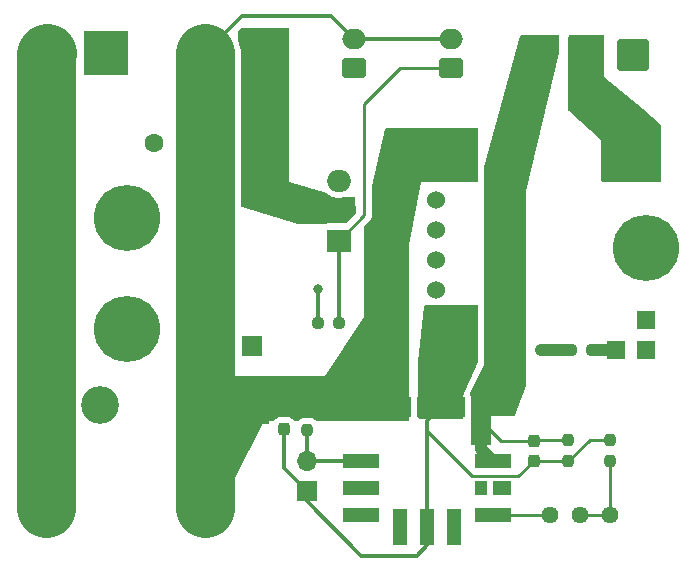
<source format=gbr>
%TF.GenerationSoftware,KiCad,Pcbnew,8.0.5*%
%TF.CreationDate,2024-09-27T00:24:26+09:00*%
%TF.ProjectId,____,fb90fa7f-2e6b-4696-9361-645f70636258,rev?*%
%TF.SameCoordinates,Original*%
%TF.FileFunction,Copper,L1,Top*%
%TF.FilePolarity,Positive*%
%FSLAX46Y46*%
G04 Gerber Fmt 4.6, Leading zero omitted, Abs format (unit mm)*
G04 Created by KiCad (PCBNEW 8.0.5) date 2024-09-27 00:24:26*
%MOMM*%
%LPD*%
G01*
G04 APERTURE LIST*
G04 Aperture macros list*
%AMRoundRect*
0 Rectangle with rounded corners*
0 $1 Rounding radius*
0 $2 $3 $4 $5 $6 $7 $8 $9 X,Y pos of 4 corners*
0 Add a 4 corners polygon primitive as box body*
4,1,4,$2,$3,$4,$5,$6,$7,$8,$9,$2,$3,0*
0 Add four circle primitives for the rounded corners*
1,1,$1+$1,$2,$3*
1,1,$1+$1,$4,$5*
1,1,$1+$1,$6,$7*
1,1,$1+$1,$8,$9*
0 Add four rect primitives between the rounded corners*
20,1,$1+$1,$2,$3,$4,$5,0*
20,1,$1+$1,$4,$5,$6,$7,0*
20,1,$1+$1,$6,$7,$8,$9,0*
20,1,$1+$1,$8,$9,$2,$3,0*%
%AMOutline4P*
0 Free polygon, 4 corners , with rotation*
0 The origin of the aperture is its center*
0 number of corners: always 4*
0 $1 to $8 corner X, Y*
0 $9 Rotation angle, in degrees counterclockwise*
0 create outline with 4 corners*
4,1,4,$1,$2,$3,$4,$5,$6,$7,$8,$1,$2,$9*%
G04 Aperture macros list end*
%TA.AperFunction,ComponentPad*%
%ADD10R,1.700000X1.700000*%
%TD*%
%TA.AperFunction,ComponentPad*%
%ADD11O,1.700000X1.700000*%
%TD*%
%TA.AperFunction,ComponentPad*%
%ADD12RoundRect,0.250001X1.099999X1.099999X-1.099999X1.099999X-1.099999X-1.099999X1.099999X-1.099999X0*%
%TD*%
%TA.AperFunction,ComponentPad*%
%ADD13C,2.700000*%
%TD*%
%TA.AperFunction,ComponentPad*%
%ADD14R,1.600000X1.600000*%
%TD*%
%TA.AperFunction,ComponentPad*%
%ADD15C,1.600000*%
%TD*%
%TA.AperFunction,SMDPad,CuDef*%
%ADD16RoundRect,0.237500X-0.237500X0.250000X-0.237500X-0.250000X0.237500X-0.250000X0.237500X0.250000X0*%
%TD*%
%TA.AperFunction,ComponentPad*%
%ADD17C,5.600000*%
%TD*%
%TA.AperFunction,ComponentPad*%
%ADD18R,3.800000X3.800000*%
%TD*%
%TA.AperFunction,ComponentPad*%
%ADD19C,3.800000*%
%TD*%
%TA.AperFunction,ComponentPad*%
%ADD20R,3.200000X3.200000*%
%TD*%
%TA.AperFunction,ComponentPad*%
%ADD21O,3.200000X3.200000*%
%TD*%
%TA.AperFunction,ComponentPad*%
%ADD22R,2.000000X1.905000*%
%TD*%
%TA.AperFunction,ComponentPad*%
%ADD23O,2.000000X1.905000*%
%TD*%
%TA.AperFunction,SMDPad,CuDef*%
%ADD24Outline4P,-1.500000X-0.600000X1.500000X-0.600000X1.500000X0.600000X-1.500000X0.600000X0.000000*%
%TD*%
%TA.AperFunction,SMDPad,CuDef*%
%ADD25Outline4P,-2.035000X-0.885000X2.035000X-0.885000X2.035000X0.885000X-2.035000X0.885000X0.000000*%
%TD*%
%TA.AperFunction,SMDPad,CuDef*%
%ADD26Outline4P,-0.600000X-1.500000X0.600000X-1.500000X0.600000X1.500000X-0.600000X1.500000X0.000000*%
%TD*%
%TA.AperFunction,SMDPad,CuDef*%
%ADD27Outline4P,-0.885000X-2.035000X0.885000X-2.035000X0.885000X2.035000X-0.885000X2.035000X0.000000*%
%TD*%
%TA.AperFunction,SMDPad,CuDef*%
%ADD28Outline4P,-0.750000X-0.600000X0.750000X-0.600000X0.750000X0.600000X-0.750000X0.600000X0.000000*%
%TD*%
%TA.AperFunction,SMDPad,CuDef*%
%ADD29Outline4P,-0.500000X-0.600000X0.500000X-0.600000X0.500000X0.600000X-0.500000X0.600000X0.000000*%
%TD*%
%TA.AperFunction,ComponentPad*%
%ADD30RoundRect,0.250000X0.750000X-0.600000X0.750000X0.600000X-0.750000X0.600000X-0.750000X-0.600000X0*%
%TD*%
%TA.AperFunction,ComponentPad*%
%ADD31O,2.000000X1.700000*%
%TD*%
%TA.AperFunction,ComponentPad*%
%ADD32R,2.108200X2.108200*%
%TD*%
%TA.AperFunction,ComponentPad*%
%ADD33C,2.108200*%
%TD*%
%TA.AperFunction,SMDPad,CuDef*%
%ADD34RoundRect,0.237500X-0.250000X-0.237500X0.250000X-0.237500X0.250000X0.237500X-0.250000X0.237500X0*%
%TD*%
%TA.AperFunction,ComponentPad*%
%ADD35C,4.000000*%
%TD*%
%TA.AperFunction,SMDPad,CuDef*%
%ADD36RoundRect,0.237500X-0.237500X0.300000X-0.237500X-0.300000X0.237500X-0.300000X0.237500X0.300000X0*%
%TD*%
%TA.AperFunction,ComponentPad*%
%ADD37C,1.440000*%
%TD*%
%TA.AperFunction,SMDPad,CuDef*%
%ADD38RoundRect,0.237500X0.237500X-0.250000X0.237500X0.250000X-0.237500X0.250000X-0.237500X-0.250000X0*%
%TD*%
%TA.AperFunction,SMDPad,CuDef*%
%ADD39RoundRect,0.237500X0.250000X0.237500X-0.250000X0.237500X-0.250000X-0.237500X0.250000X-0.237500X0*%
%TD*%
%TA.AperFunction,ComponentPad*%
%ADD40C,1.524000*%
%TD*%
%TA.AperFunction,ComponentPad*%
%ADD41R,1.524000X1.524000*%
%TD*%
%TA.AperFunction,ViaPad*%
%ADD42C,0.800000*%
%TD*%
%TA.AperFunction,Conductor*%
%ADD43C,0.300000*%
%TD*%
%TA.AperFunction,Conductor*%
%ADD44C,0.250000*%
%TD*%
%TA.AperFunction,Conductor*%
%ADD45C,5.000000*%
%TD*%
%TA.AperFunction,Conductor*%
%ADD46C,1.000000*%
%TD*%
G04 APERTURE END LIST*
D10*
%TO.P,J5,1,Pin_1*%
%TO.N,GND2*%
X52964000Y-117475000D03*
D11*
%TO.P,J5,2,Pin_2*%
%TO.N,VDD*%
X50424000Y-117475000D03*
%TD*%
D12*
%TO.P,J4,1,Pin_1*%
%TO.N,GND2*%
X85240000Y-92837000D03*
D13*
%TO.P,J4,2,Pin_2*%
%TO.N,+5VA*%
X81280000Y-92837000D03*
%TO.P,J4,3,Pin_3*%
%TO.N,+5VD*%
X77320000Y-92837000D03*
%TD*%
D14*
%TO.P,C3,1*%
%TO.N,VDD*%
X48178600Y-100330000D03*
D15*
%TO.P,C3,2*%
%TO.N,GND*%
X44678600Y-100330000D03*
%TD*%
D16*
%TO.P,R1,1*%
%TO.N,VDD*%
X57630000Y-122791500D03*
%TO.P,R1,2*%
%TO.N,Net-(JP1-B)*%
X57630000Y-124616500D03*
%TD*%
D17*
%TO.P,REF\u002A\u002A,1*%
%TO.N,N/C*%
X42367200Y-106680000D03*
%TD*%
D16*
%TO.P,R2,1*%
%TO.N,+5VD*%
X79728000Y-125458500D03*
%TO.P,R2,2*%
%TO.N,GND2*%
X79728000Y-127283500D03*
%TD*%
D18*
%TO.P,J1,1,Pin_1*%
%TO.N,GND*%
X40600000Y-92710000D03*
D19*
%TO.P,J1,2,Pin_2*%
%TO.N,Net-(J1-Pin_2)*%
X35600000Y-92710000D03*
%TD*%
D20*
%TO.P,D1,1,K*%
%TO.N,VDD*%
X52832000Y-122478800D03*
D21*
%TO.P,D1,2,A*%
%TO.N,GND*%
X40132000Y-122478800D03*
%TD*%
D22*
%TO.P,Q2,1,G*%
%TO.N,Net-(J3-Pin_1)*%
X60325000Y-108585000D03*
D23*
%TO.P,Q2,2,D*%
%TO.N,GND2*%
X60325000Y-106045000D03*
%TO.P,Q2,3,S*%
%TO.N,GND*%
X60325000Y-103505000D03*
%TD*%
D24*
%TO.P,U1,1,ON/OFF*%
%TO.N,Net-(JP1-B)*%
X62190000Y-127260000D03*
%TO.P,U1,2,VIN*%
%TO.N,VDD*%
X62190000Y-122680000D03*
D25*
X64355000Y-122680000D03*
D26*
X65500000Y-121660000D03*
%TO.P,U1,3,GND*%
%TO.N,GND2*%
X67790000Y-121660000D03*
D25*
X68935000Y-122680000D03*
D26*
X70080000Y-121660000D03*
D27*
%TO.P,U1,4,VOUT1*%
%TO.N,+5VD*%
X72390000Y-123825000D03*
D24*
X73390000Y-122680000D03*
%TO.P,U1,5,SENSE*%
X73390000Y-127260000D03*
%TO.P,U1,6,TRIM1*%
%TO.N,Net-(U1-TRIM1)*%
X73390000Y-131840000D03*
D26*
%TO.P,U1,7,GND*%
%TO.N,GND2*%
X67790000Y-132860000D03*
%TO.P,U1,8,NC*%
%TO.N,unconnected-(U1-NC-Pad8)*%
X65500000Y-132860000D03*
D24*
%TO.P,U1,9,SEQ*%
%TO.N,unconnected-(U1-SEQ-Pad9)*%
X62190000Y-131840000D03*
%TO.P,U1,10,PG*%
%TO.N,unconnected-(U1-PG-Pad10)*%
X62190000Y-129550000D03*
D28*
%TO.P,U1,11,NC*%
%TO.N,unconnected-(U1-NC-Pad11)*%
X74140000Y-129550000D03*
D26*
%TO.P,U1,12,NC*%
%TO.N,unconnected-(U1-NC-Pad12)*%
X70080000Y-132860000D03*
D29*
%TO.P,U1,13*%
%TO.N,N/C*%
X72390000Y-129550000D03*
%TD*%
D30*
%TO.P,MES1,1,-*%
%TO.N,GND*%
X61595000Y-93980000D03*
D31*
%TO.P,MES1,2,+*%
%TO.N,VDD*%
X61595000Y-91480000D03*
%TD*%
D32*
%TO.P,F1,1,1*%
%TO.N,Net-(J1-Pin_2)*%
X35534600Y-127838200D03*
D33*
%TO.P,F1,2,2*%
X35534600Y-131241800D03*
%TO.P,F1,3,3*%
%TO.N,VDD*%
X48996600Y-131241800D03*
%TO.P,F1,4,4*%
X48996600Y-127838200D03*
%TD*%
D34*
%TO.P,R4,1*%
%TO.N,GND2*%
X79963000Y-117856000D03*
%TO.P,R4,2*%
X81788000Y-117856000D03*
%TD*%
D30*
%TO.P,J3,1,Pin_1*%
%TO.N,Net-(J3-Pin_1)*%
X69850000Y-93980000D03*
D31*
%TO.P,J3,2,Pin_2*%
%TO.N,VDD*%
X69850000Y-91480000D03*
%TD*%
D18*
%TO.P,J2,1,Pin_1*%
%TO.N,GND2*%
X53975000Y-92710000D03*
D35*
%TO.P,J2,2,Pin_2*%
%TO.N,VDD*%
X48975000Y-92710000D03*
%TD*%
D36*
%TO.P,C2,1*%
%TO.N,+5VD*%
X76807000Y-125508500D03*
%TO.P,C2,2*%
%TO.N,GND2*%
X76807000Y-127233500D03*
%TD*%
D37*
%TO.P,RV2,1,1*%
%TO.N,Net-(R3-Pad1)*%
X83284000Y-131832000D03*
%TO.P,RV2,2,2*%
X80744000Y-131832000D03*
%TO.P,RV2,3,3*%
%TO.N,Net-(U1-TRIM1)*%
X78204000Y-131832000D03*
%TD*%
D38*
%TO.P,R3,1*%
%TO.N,Net-(R3-Pad1)*%
X83284000Y-127283500D03*
%TO.P,R3,2*%
%TO.N,GND2*%
X83284000Y-125458500D03*
%TD*%
D39*
%TO.P,R5,1*%
%TO.N,Net-(J3-Pin_1)*%
X60348500Y-115570000D03*
%TO.P,R5,2*%
%TO.N,GND*%
X58523500Y-115570000D03*
%TD*%
D36*
%TO.P,C1,1*%
%TO.N,VDD*%
X55676800Y-122835500D03*
%TO.P,C1,2*%
%TO.N,GND2*%
X55676800Y-124560500D03*
%TD*%
D10*
%TO.P,JP1,1,A*%
%TO.N,GND2*%
X57630000Y-129800000D03*
D11*
%TO.P,JP1,2,B*%
%TO.N,Net-(JP1-B)*%
X57630000Y-127260000D03*
%TD*%
D40*
%TO.P,LT8640-1,1,Vin*%
%TO.N,VDD*%
X71120000Y-100076000D03*
%TO.P,LT8640-1,2,Vin*%
X68580000Y-100076000D03*
%TO.P,LT8640-1,3,Vin*%
X68580000Y-102616000D03*
%TO.P,LT8640-1,4,EN/UV*%
%TO.N,unconnected-(LT8640-1-EN{slash}UV-Pad4)*%
X68580000Y-105156000D03*
%TO.P,LT8640-1,5,MODE*%
%TO.N,unconnected-(LT8640-1-MODE-Pad5)*%
X68580000Y-107696000D03*
%TO.P,LT8640-1,6,INTVCC*%
%TO.N,unconnected-(LT8640-1-INTVCC-Pad6)*%
X68580000Y-110236000D03*
%TO.P,LT8640-1,7,PG*%
%TO.N,unconnected-(LT8640-1-PG-Pad7)*%
X68580000Y-112776000D03*
D41*
%TO.P,LT8640-1,8,GND*%
%TO.N,GND2*%
X68580000Y-115316000D03*
%TO.P,LT8640-1,9,GND*%
X68580000Y-117856000D03*
%TO.P,LT8640-1,10,GND*%
X71120000Y-117856000D03*
D40*
%TO.P,LT8640-1,11,Vout*%
%TO.N,+5VA*%
X83820000Y-100076000D03*
%TO.P,LT8640-1,12,Vout*%
X86360000Y-100076000D03*
%TO.P,LT8640-1,13,Vout*%
X86360000Y-102616000D03*
D41*
%TO.P,LT8640-1,14,GND*%
%TO.N,GND2*%
X86360000Y-115316000D03*
%TO.P,LT8640-1,15,GND*%
X86360000Y-117856000D03*
%TO.P,LT8640-1,16,GND*%
X83820000Y-117856000D03*
%TD*%
D17*
%TO.P,REF\u002A\u002A,1*%
%TO.N,N/C*%
X42367200Y-116052600D03*
%TD*%
%TO.P,REF\u002A\u002A,1*%
%TO.N,N/C*%
X86360000Y-109220000D03*
%TD*%
D42*
%TO.N,GND*%
X58547000Y-112649000D03*
%TO.N,GND2*%
X77470000Y-117856000D03*
%TD*%
D43*
%TO.N,GND*%
X58523500Y-112672500D02*
X58523500Y-115570000D01*
D44*
X58547000Y-112649000D02*
X58523500Y-112672500D01*
D45*
%TO.N,VDD*%
X48996600Y-127838200D02*
X48996600Y-103124000D01*
X48996600Y-131241800D02*
X48996600Y-127838200D01*
X48996600Y-103124000D02*
X48996600Y-92731600D01*
X48996600Y-92731600D02*
X48975000Y-92710000D01*
D43*
X69850000Y-91480000D02*
X61595000Y-91480000D01*
X48975000Y-92710000D02*
X52150000Y-89535000D01*
X59650000Y-89535000D02*
X61595000Y-91480000D01*
X52150000Y-89535000D02*
X59650000Y-89535000D01*
D45*
%TO.N,Net-(J1-Pin_2)*%
X35534600Y-92775400D02*
X35600000Y-92710000D01*
X35534600Y-131241800D02*
X35534600Y-127838200D01*
D44*
X35600000Y-131176400D02*
X35534600Y-131241800D01*
D45*
X35534600Y-127838200D02*
X35534600Y-92775400D01*
D44*
%TO.N,Net-(J3-Pin_1)*%
X62484000Y-97028000D02*
X65532000Y-93980000D01*
X65532000Y-93980000D02*
X69850000Y-93980000D01*
X60348500Y-108608500D02*
X60325000Y-108585000D01*
X62484000Y-106426000D02*
X62484000Y-97028000D01*
D43*
X60348500Y-115570000D02*
X60348500Y-108608500D01*
D44*
X60325000Y-108585000D02*
X62484000Y-106426000D01*
D43*
%TO.N,GND2*%
X67790000Y-134360000D02*
X67790000Y-132860000D01*
D44*
X79728000Y-127283500D02*
X76857000Y-127283500D01*
D46*
X83820000Y-117856000D02*
X81788000Y-117856000D01*
D43*
X57630000Y-129800000D02*
X57630000Y-130650000D01*
X67790000Y-124206000D02*
X67790000Y-123825000D01*
D44*
X81553000Y-125458500D02*
X79728000Y-127283500D01*
D43*
X67790000Y-132860000D02*
X67790000Y-124206000D01*
D44*
X71628000Y-128524000D02*
X67790000Y-124686000D01*
D43*
X62235000Y-135255000D02*
X66895000Y-135255000D01*
X67790000Y-123825000D02*
X68935000Y-122680000D01*
D44*
X83284000Y-125458500D02*
X81553000Y-125458500D01*
X76857000Y-127283500D02*
X76807000Y-127233500D01*
X67790000Y-124686000D02*
X67790000Y-124206000D01*
D46*
X79963000Y-117856000D02*
X77470000Y-117856000D01*
D43*
X55499000Y-124560500D02*
X55626000Y-124687500D01*
X66895000Y-135255000D02*
X67790000Y-134360000D01*
X57630000Y-129800000D02*
X55676800Y-127846800D01*
X55676800Y-127846800D02*
X55676800Y-124560500D01*
D44*
X76807000Y-127233500D02*
X75516500Y-128524000D01*
X75516500Y-128524000D02*
X71628000Y-128524000D01*
D43*
X57630000Y-130650000D02*
X62235000Y-135255000D01*
D44*
%TO.N,+5VD*%
X74073500Y-125508500D02*
X76807000Y-125508500D01*
X72390000Y-123825000D02*
X74073500Y-125508500D01*
X79728000Y-125458500D02*
X76857000Y-125458500D01*
D46*
X72390000Y-123825000D02*
X72390000Y-126260000D01*
D44*
X76857000Y-125458500D02*
X76807000Y-125508500D01*
D46*
X72390000Y-126260000D02*
X73390000Y-127260000D01*
D44*
%TO.N,Net-(U1-TRIM1)*%
X73398000Y-131832000D02*
X73390000Y-131840000D01*
X78204000Y-131832000D02*
X73398000Y-131832000D01*
D43*
%TO.N,Net-(JP1-B)*%
X62190000Y-127260000D02*
X57630000Y-127260000D01*
X57630000Y-124616500D02*
X57630000Y-127260000D01*
D44*
%TO.N,Net-(R3-Pad1)*%
X80744000Y-131832000D02*
X83284000Y-131832000D01*
X83284000Y-131832000D02*
X83284000Y-127283500D01*
%TD*%
%TA.AperFunction,Conductor*%
%TO.N,+5VA*%
G36*
X82747039Y-91205685D02*
G01*
X82792794Y-91258489D01*
X82804000Y-91310000D01*
X82804000Y-94742001D01*
X86056736Y-97481146D01*
X87585873Y-98768840D01*
X87624473Y-98827079D01*
X87630000Y-98863689D01*
X87630000Y-103508000D01*
X87610315Y-103575039D01*
X87557511Y-103620794D01*
X87506000Y-103632000D01*
X82674000Y-103632000D01*
X82606961Y-103612315D01*
X82561206Y-103559511D01*
X82550000Y-103508000D01*
X82550000Y-100075999D01*
X79796589Y-97572899D01*
X79760225Y-97513238D01*
X79756000Y-97481146D01*
X79756000Y-91310000D01*
X79775685Y-91242961D01*
X79828489Y-91197206D01*
X79880000Y-91186000D01*
X82680000Y-91186000D01*
X82747039Y-91205685D01*
G37*
%TD.AperFunction*%
%TD*%
%TA.AperFunction,Conductor*%
%TO.N,GND2*%
G36*
X56077039Y-90570685D02*
G01*
X56122794Y-90623489D01*
X56134000Y-90675000D01*
X56134000Y-103632000D01*
X59283384Y-104586358D01*
X59327958Y-104610743D01*
X59330928Y-104613280D01*
X59330934Y-104613286D01*
X59515962Y-104747717D01*
X59719742Y-104851548D01*
X59719744Y-104851549D01*
X59937251Y-104922221D01*
X59937252Y-104922221D01*
X59937255Y-104922222D01*
X60163146Y-104958000D01*
X60163147Y-104958000D01*
X60486853Y-104958000D01*
X60486854Y-104958000D01*
X60712745Y-104922222D01*
X60756304Y-104908068D01*
X60794622Y-104902000D01*
X61604698Y-104902000D01*
X61671737Y-104921685D01*
X61717492Y-104974489D01*
X61728507Y-105019122D01*
X61792682Y-106174295D01*
X61776746Y-106242323D01*
X61756554Y-106268854D01*
X60929727Y-107095681D01*
X60868404Y-107129166D01*
X60842046Y-107132000D01*
X59277129Y-107132000D01*
X59277123Y-107132001D01*
X59217516Y-107138408D01*
X59105518Y-107180182D01*
X59062185Y-107188000D01*
X56914198Y-107188000D01*
X56878567Y-107182770D01*
X52085469Y-105744840D01*
X52026913Y-105706722D01*
X51998261Y-105642998D01*
X51997100Y-105626070D01*
X51997100Y-92563093D01*
X51997099Y-92563091D01*
X51959368Y-92228218D01*
X51959367Y-92228206D01*
X51884376Y-91899646D01*
X51845354Y-91788127D01*
X51822958Y-91724122D01*
X51816000Y-91683168D01*
X51816000Y-90840307D01*
X51835685Y-90773268D01*
X51852319Y-90752626D01*
X52017626Y-90587319D01*
X52078949Y-90553834D01*
X52105307Y-90551000D01*
X56010000Y-90551000D01*
X56077039Y-90570685D01*
G37*
%TD.AperFunction*%
%TD*%
%TA.AperFunction,Conductor*%
%TO.N,VDD*%
G36*
X72079039Y-99079685D02*
G01*
X72124794Y-99132489D01*
X72136000Y-99184000D01*
X72136000Y-103508000D01*
X72116315Y-103575039D01*
X72063511Y-103620794D01*
X72012000Y-103632000D01*
X67310000Y-103632000D01*
X66294000Y-108965994D01*
X66294000Y-123701000D01*
X66274315Y-123768039D01*
X66221511Y-123813794D01*
X66170000Y-123825000D01*
X58421052Y-123825000D01*
X58354013Y-123805315D01*
X58333371Y-123788681D01*
X58328351Y-123783661D01*
X58328350Y-123783660D01*
X58181516Y-123693092D01*
X58017753Y-123638826D01*
X58017751Y-123638825D01*
X57916678Y-123628500D01*
X57343330Y-123628500D01*
X57343312Y-123628501D01*
X57242247Y-123638825D01*
X57078484Y-123693092D01*
X57078481Y-123693093D01*
X56931648Y-123783661D01*
X56926629Y-123788681D01*
X56865306Y-123822166D01*
X56838948Y-123825000D01*
X56573852Y-123825000D01*
X56506813Y-123805315D01*
X56486171Y-123788681D01*
X56375151Y-123677661D01*
X56375150Y-123677660D01*
X56228316Y-123587092D01*
X56064553Y-123532826D01*
X56064551Y-123532825D01*
X55963478Y-123522500D01*
X55390130Y-123522500D01*
X55390112Y-123522501D01*
X55289047Y-123532825D01*
X55125284Y-123587092D01*
X55125281Y-123587093D01*
X54978448Y-123677661D01*
X54867429Y-123788681D01*
X54806106Y-123822166D01*
X54779748Y-123825000D01*
X53975000Y-123825000D01*
X53974999Y-123825000D01*
X53974998Y-123825001D01*
X51469273Y-128836454D01*
X51421686Y-128887613D01*
X51358364Y-128905000D01*
X47114000Y-128905000D01*
X47046961Y-128885315D01*
X47001206Y-128832511D01*
X46990000Y-128781000D01*
X46990000Y-120139000D01*
X47009685Y-120071961D01*
X47062489Y-120026206D01*
X47114000Y-120015000D01*
X59181999Y-120015000D01*
X59182000Y-120015000D01*
X62484000Y-115062000D01*
X62484000Y-107361951D01*
X62503685Y-107294912D01*
X62520319Y-107274270D01*
X62532039Y-107262550D01*
X62882729Y-106911860D01*
X62882733Y-106911858D01*
X62969858Y-106824733D01*
X63004084Y-106773509D01*
X63038312Y-106722286D01*
X63085463Y-106608451D01*
X63086596Y-106602758D01*
X63109500Y-106487606D01*
X63109500Y-104013558D01*
X63112744Y-103985382D01*
X64239641Y-99155824D01*
X64274044Y-99095011D01*
X64335863Y-99062451D01*
X64360397Y-99060000D01*
X72012000Y-99060000D01*
X72079039Y-99079685D01*
G37*
%TD.AperFunction*%
%TD*%
%TA.AperFunction,Conductor*%
%TO.N,GND2*%
G36*
X72079039Y-114065685D02*
G01*
X72124794Y-114118489D01*
X72136000Y-114170000D01*
X72136000Y-118845141D01*
X72124885Y-118896453D01*
X71438620Y-120406235D01*
X71436644Y-120410377D01*
X70992999Y-121297666D01*
X70992987Y-121297692D01*
X70968376Y-121355698D01*
X70958127Y-121384770D01*
X70958126Y-121384774D01*
X70940922Y-121445384D01*
X70937774Y-121489389D01*
X70926976Y-121531849D01*
X70866000Y-121666000D01*
X70866000Y-123574000D01*
X70846315Y-123641039D01*
X70793511Y-123686794D01*
X70742000Y-123698000D01*
X67180000Y-123698000D01*
X67112961Y-123678315D01*
X67067206Y-123625511D01*
X67056000Y-123574000D01*
X67056000Y-118878511D01*
X67056681Y-118865530D01*
X67552314Y-114157019D01*
X67578909Y-114092409D01*
X67636212Y-114052433D01*
X67675633Y-114046000D01*
X72012000Y-114046000D01*
X72079039Y-114065685D01*
G37*
%TD.AperFunction*%
%TD*%
%TA.AperFunction,Conductor*%
%TO.N,+5VD*%
G36*
X78937039Y-91205685D02*
G01*
X78982794Y-91258489D01*
X78994000Y-91310000D01*
X78994000Y-92695379D01*
X78990600Y-92724218D01*
X76200000Y-104394000D01*
X76200000Y-120880120D01*
X76191131Y-120926172D01*
X75215179Y-123366052D01*
X75172005Y-123420986D01*
X75105984Y-123443858D01*
X75100048Y-123444000D01*
X71594500Y-123444000D01*
X71527461Y-123424315D01*
X71481706Y-123371511D01*
X71470500Y-123320000D01*
X71470499Y-121747129D01*
X71470498Y-121747123D01*
X71464091Y-121687518D01*
X71464091Y-121687517D01*
X71439852Y-121622530D01*
X71434869Y-121552842D01*
X71445122Y-121523755D01*
X72644000Y-119126000D01*
X72644000Y-102378607D01*
X72648369Y-102345980D01*
X75667080Y-91277373D01*
X75703710Y-91217876D01*
X75766693Y-91187627D01*
X75786711Y-91186000D01*
X78870000Y-91186000D01*
X78937039Y-91205685D01*
G37*
%TD.AperFunction*%
%TD*%
M02*

</source>
